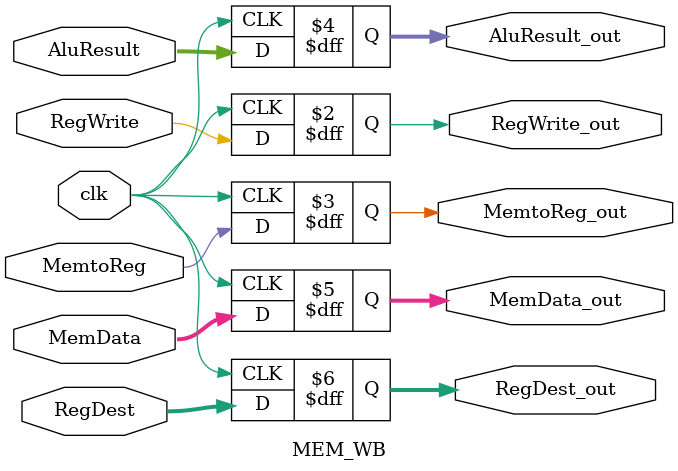
<source format=v>
module MEM_WB(clk, MemtoReg, RegWrite, MemData, AluResult, RegDest, 
            RegWrite_out, MemtoReg_out, AluResult_out, MemData_out, RegDest_out);
input clk;
input RegWrite, MemtoReg;
input [31:0] AluResult, MemData;
input [4:0] RegDest; 

output RegWrite_out, MemtoReg_out;
output [31:0] AluResult_out, MemData_out;
output [4:0] RegDest_out; 

always @(posedge clk) begin
    RegWrite_out <= RegWrite;
    MemtoReg_out <= MemtoReg;
    AluResult_out <= AluResult;
    MemData_out <= MemData;
    RegDest_out <= RegDest;
end
endmodule
</source>
